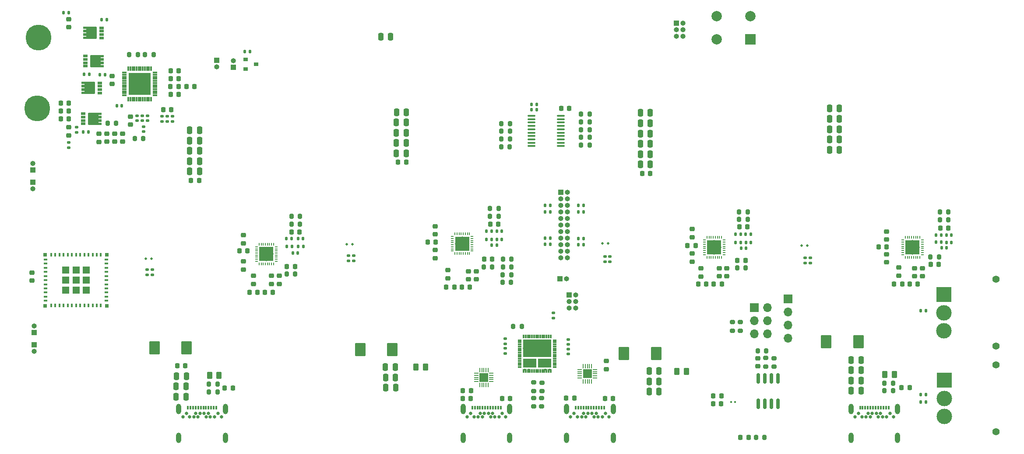
<source format=gbr>
%TF.GenerationSoftware,KiCad,Pcbnew,6.0.0*%
%TF.CreationDate,2022-01-14T14:38:35+01:00*%
%TF.ProjectId,PowerBank V0.2,506f7765-7242-4616-9e6b-2056302e322e,rev?*%
%TF.SameCoordinates,PX2aea540PY80befc0*%
%TF.FileFunction,Soldermask,Top*%
%TF.FilePolarity,Negative*%
%FSLAX46Y46*%
G04 Gerber Fmt 4.6, Leading zero omitted, Abs format (unit mm)*
G04 Created by KiCad (PCBNEW 6.0.0) date 2022-01-14 14:38:35*
%MOMM*%
%LPD*%
G01*
G04 APERTURE LIST*
G04 Aperture macros list*
%AMRoundRect*
0 Rectangle with rounded corners*
0 $1 Rounding radius*
0 $2 $3 $4 $5 $6 $7 $8 $9 X,Y pos of 4 corners*
0 Add a 4 corners polygon primitive as box body*
4,1,4,$2,$3,$4,$5,$6,$7,$8,$9,$2,$3,0*
0 Add four circle primitives for the rounded corners*
1,1,$1+$1,$2,$3*
1,1,$1+$1,$4,$5*
1,1,$1+$1,$6,$7*
1,1,$1+$1,$8,$9*
0 Add four rect primitives between the rounded corners*
20,1,$1+$1,$2,$3,$4,$5,0*
20,1,$1+$1,$4,$5,$6,$7,0*
20,1,$1+$1,$6,$7,$8,$9,0*
20,1,$1+$1,$8,$9,$2,$3,0*%
%AMFreePoly0*
4,1,43,1.580355,1.210355,1.595000,1.175000,1.595000,0.775000,1.580355,0.739645,1.545000,0.725000,0.975000,0.725000,0.975000,0.575000,1.545000,0.575000,1.580355,0.560355,1.595000,0.525000,1.595000,0.125000,1.580355,0.089645,1.545000,0.075000,0.975000,0.075000,0.975000,-0.075000,1.545000,-0.075000,1.580355,-0.089645,1.595000,-0.125000,1.595000,-0.525000,1.580355,-0.560355,
1.545000,-0.575000,0.975000,-0.575000,0.975000,-0.725000,1.545000,-0.725000,1.580355,-0.739645,1.595000,-0.775000,1.595000,-1.175000,1.580355,-1.210355,1.545000,-1.225000,0.925000,-1.225000,0.889645,-1.210355,0.875000,-1.175000,-0.925000,-1.175000,-0.960355,-1.160355,-0.975000,-1.125000,-0.975000,1.125000,-0.960355,1.160355,-0.925000,1.175000,0.875000,1.175000,0.889645,1.210355,
0.925000,1.225000,1.545000,1.225000,1.580355,1.210355,1.580355,1.210355,$1*%
G04 Aperture macros list end*
%ADD10C,0.152400*%
%ADD11R,1.000000X1.000000*%
%ADD12O,1.000000X1.000000*%
%ADD13R,1.450000X1.450000*%
%ADD14R,0.700000X0.700000*%
%ADD15R,0.400000X0.800000*%
%ADD16R,0.800000X0.400000*%
%ADD17R,4.200000X4.200000*%
%ADD18RoundRect,0.006600X0.398400X0.103400X-0.398400X0.103400X-0.398400X-0.103400X0.398400X-0.103400X0*%
%ADD19RoundRect,0.006600X0.103400X0.398400X-0.103400X0.398400X-0.103400X-0.398400X0.103400X-0.398400X0*%
%ADD20RoundRect,0.135000X-0.135000X-0.185000X0.135000X-0.185000X0.135000X0.185000X-0.135000X0.185000X0*%
%ADD21RoundRect,0.135000X0.135000X0.185000X-0.135000X0.185000X-0.135000X-0.185000X0.135000X-0.185000X0*%
%ADD22RoundRect,0.135000X0.185000X-0.135000X0.185000X0.135000X-0.185000X0.135000X-0.185000X-0.135000X0*%
%ADD23RoundRect,0.135000X-0.185000X0.135000X-0.185000X-0.135000X0.185000X-0.135000X0.185000X0.135000X0*%
%ADD24RoundRect,0.200000X-0.200000X-0.275000X0.200000X-0.275000X0.200000X0.275000X-0.200000X0.275000X0*%
%ADD25RoundRect,0.200000X0.200000X0.275000X-0.200000X0.275000X-0.200000X-0.275000X0.200000X-0.275000X0*%
%ADD26RoundRect,0.050000X0.415000X0.200000X-0.415000X0.200000X-0.415000X-0.200000X0.415000X-0.200000X0*%
%ADD27FreePoly0,180.000000*%
%ADD28RoundRect,0.050000X-0.415000X-0.200000X0.415000X-0.200000X0.415000X0.200000X-0.415000X0.200000X0*%
%ADD29FreePoly0,0.000000*%
%ADD30RoundRect,0.218750X-0.218750X-0.256250X0.218750X-0.256250X0.218750X0.256250X-0.218750X0.256250X0*%
%ADD31C,1.400000*%
%ADD32R,3.000000X3.000000*%
%ADD33C,3.000000*%
%ADD34C,0.800000*%
%ADD35C,5.000000*%
%ADD36RoundRect,0.225000X-0.250000X0.225000X-0.250000X-0.225000X0.250000X-0.225000X0.250000X0.225000X0*%
%ADD37RoundRect,0.225000X-0.225000X-0.250000X0.225000X-0.250000X0.225000X0.250000X-0.225000X0.250000X0*%
%ADD38RoundRect,0.225000X0.250000X-0.225000X0.250000X0.225000X-0.250000X0.225000X-0.250000X-0.225000X0*%
%ADD39RoundRect,0.140000X-0.170000X0.140000X-0.170000X-0.140000X0.170000X-0.140000X0.170000X0.140000X0*%
%ADD40RoundRect,0.225000X0.225000X0.250000X-0.225000X0.250000X-0.225000X-0.250000X0.225000X-0.250000X0*%
%ADD41RoundRect,0.140000X0.170000X-0.140000X0.170000X0.140000X-0.170000X0.140000X-0.170000X-0.140000X0*%
%ADD42RoundRect,0.140000X0.140000X0.170000X-0.140000X0.170000X-0.140000X-0.170000X0.140000X-0.170000X0*%
%ADD43R,0.900000X0.800000*%
%ADD44C,0.400000*%
%ADD45C,0.499999*%
%ADD46O,0.200000X0.549999*%
%ADD47O,0.549999X0.200000*%
%ADD48R,2.799999X2.799999*%
%ADD49R,0.299999X0.800001*%
%ADD50R,0.800001X0.299999*%
%ADD51R,2.600000X1.749999*%
%ADD52R,2.550000X1.749999*%
%ADD53R,5.499999X3.400001*%
%ADD54RoundRect,0.100000X-0.637500X-0.100000X0.637500X-0.100000X0.637500X0.100000X-0.637500X0.100000X0*%
%ADD55R,1.803400X1.803400*%
%ADD56R,0.812800X0.203200*%
%ADD57R,0.203200X0.812800*%
%ADD58RoundRect,0.150000X0.150000X-0.825000X0.150000X0.825000X-0.150000X0.825000X-0.150000X-0.825000X0*%
%ADD59C,2.000000*%
%ADD60R,2.000000X2.000000*%
%ADD61RoundRect,0.200000X0.275000X-0.200000X0.275000X0.200000X-0.275000X0.200000X-0.275000X-0.200000X0*%
%ADD62RoundRect,0.200000X-0.275000X0.200000X-0.275000X-0.200000X0.275000X-0.200000X0.275000X0.200000X0*%
%ADD63RoundRect,0.249999X-0.262501X-0.450001X0.262501X-0.450001X0.262501X0.450001X-0.262501X0.450001X0*%
%ADD64R,0.350000X0.700000*%
%ADD65C,0.650000*%
%ADD66O,1.000000X2.000000*%
%ADD67R,1.700000X1.700000*%
%ADD68O,1.700000X1.700000*%
%ADD69RoundRect,0.218750X0.218750X0.256250X-0.218750X0.256250X-0.218750X-0.256250X0.218750X-0.256250X0*%
%ADD70RoundRect,0.250000X0.250000X0.475000X-0.250000X0.475000X-0.250000X-0.475000X0.250000X-0.475000X0*%
%ADD71RoundRect,0.140000X-0.140000X-0.170000X0.140000X-0.170000X0.140000X0.170000X-0.140000X0.170000X0*%
%ADD72RoundRect,0.250000X0.787500X1.025000X-0.787500X1.025000X-0.787500X-1.025000X0.787500X-1.025000X0*%
%ADD73RoundRect,0.250000X-0.250000X-0.475000X0.250000X-0.475000X0.250000X0.475000X-0.250000X0.475000X0*%
G04 APERTURE END LIST*
D10*
%TO.C,U25*%
X97200000Y14399999D02*
X97599999Y14399999D01*
X97200000Y14600001D02*
X97200000Y14399999D01*
X97599999Y14600001D02*
X97200000Y14600001D01*
X97599999Y14399999D02*
X97599999Y14600001D01*
X98000001Y14399999D02*
X98400000Y14399999D01*
X98000001Y14600001D02*
X98000001Y14399999D01*
X98400000Y14600001D02*
X98000001Y14600001D01*
X98400000Y14399999D02*
X98400000Y14600001D01*
X101200000Y14399999D02*
X101599999Y14399999D01*
X101200000Y14600001D02*
X101200000Y14399999D01*
X101599999Y14600001D02*
X101200000Y14600001D01*
X101599999Y14399999D02*
X101599999Y14600001D01*
X102000001Y14399999D02*
X102400000Y14399999D01*
X102000001Y14600001D02*
X102000001Y14399999D01*
X102400000Y14600001D02*
X102000001Y14600001D01*
X102400000Y14399999D02*
X102400000Y14600001D01*
%TD*%
D11*
%TO.C,EN*%
X104225000Y32130000D03*
D12*
X105495000Y32130000D03*
%TD*%
D11*
%TO.C,3v3*%
X2244000Y50799000D03*
D12*
X2244000Y49529000D03*
%TD*%
D11*
%TO.C,IO8*%
X2244000Y53197000D03*
D12*
X2244000Y54467000D03*
%TD*%
D11*
%TO.C,EN*%
X2498000Y19318000D03*
D12*
X2498000Y18048000D03*
%TD*%
D13*
%TO.C,IC1*%
X10626000Y33818000D03*
X12601000Y33818000D03*
X12601000Y31843000D03*
X12601000Y29868000D03*
X10626000Y29868000D03*
X8651000Y29868000D03*
X8651000Y31843000D03*
X8651000Y33818000D03*
D14*
X4676000Y36793000D03*
X4676000Y26893000D03*
X16576000Y26893000D03*
X16576000Y36793000D03*
D13*
X10626000Y31843000D03*
D15*
X5826000Y36743000D03*
X6626000Y36743000D03*
X7426000Y36743000D03*
X8226000Y36743000D03*
X9026000Y36743000D03*
X9826000Y36743000D03*
X10626000Y36743000D03*
X11426000Y36743000D03*
X12226000Y36743000D03*
X13026000Y36743000D03*
X13826000Y36743000D03*
X14626000Y36743000D03*
X15426000Y36743000D03*
D16*
X16526000Y35843000D03*
X16526000Y35043000D03*
X16526000Y34243000D03*
X16526000Y33443000D03*
X16526000Y32643000D03*
X16526000Y31843000D03*
X16526000Y31043000D03*
X16526000Y30243000D03*
X16526000Y29443000D03*
X16526000Y28643000D03*
X16526000Y27843000D03*
D15*
X15426000Y26943000D03*
X14626000Y26943000D03*
X13826000Y26943000D03*
X13026000Y26943000D03*
X12226000Y26943000D03*
X11426000Y26943000D03*
X10626000Y26943000D03*
X9826000Y26943000D03*
X9026000Y26943000D03*
X8226000Y26943000D03*
X7426000Y26943000D03*
X6626000Y26943000D03*
X5826000Y26943000D03*
D16*
X4726000Y27843000D03*
X4726000Y28643000D03*
X4726000Y29443000D03*
X4726000Y30243000D03*
X4726000Y31043000D03*
X4726000Y31843000D03*
X4726000Y32643000D03*
X4726000Y33443000D03*
X4726000Y34243000D03*
X4726000Y35043000D03*
X4726000Y35843000D03*
%TD*%
D11*
%TO.C,IO9*%
X2498000Y21716000D03*
D12*
X2498000Y22986000D03*
%TD*%
D17*
%TO.C,U36*%
X22934000Y69849000D03*
D18*
X19984000Y67649000D03*
X19984000Y68049000D03*
X19984000Y68449000D03*
X19984000Y68849000D03*
X19984000Y69249000D03*
X19984000Y69649000D03*
X19984000Y70049000D03*
X19984000Y70449000D03*
X19984000Y70849000D03*
X19984000Y71249000D03*
X19984000Y71649000D03*
X19984000Y72049000D03*
X25884000Y72049000D03*
X25884000Y71649000D03*
X25884000Y71249000D03*
X25884000Y70849000D03*
X25884000Y70449000D03*
X25884000Y70049000D03*
X25884000Y69649000D03*
X25884000Y69249000D03*
X25884000Y68849000D03*
X25884000Y68449000D03*
X25884000Y68049000D03*
X25884000Y67649000D03*
D19*
X25134000Y66899000D03*
X24734000Y66899000D03*
X24334000Y66899000D03*
X23934000Y66899000D03*
X23534000Y66899000D03*
X23134000Y66899000D03*
X22734000Y66899000D03*
X22334000Y66899000D03*
X21934000Y66899000D03*
X21534000Y66899000D03*
X21134000Y66899000D03*
X20734000Y66899000D03*
X20734000Y72799000D03*
X21134000Y72799000D03*
X21534000Y72799000D03*
X21934000Y72799000D03*
X22334000Y72799000D03*
X22734000Y72799000D03*
X23134000Y72799000D03*
X23534000Y72799000D03*
X23934000Y72799000D03*
X24334000Y72799000D03*
X24734000Y72799000D03*
X25134000Y72799000D03*
%TD*%
D20*
%TO.C,R149*%
X174964000Y8254000D03*
X173944000Y8254000D03*
%TD*%
%TO.C,R148*%
X174966000Y9651000D03*
X173946000Y9651000D03*
%TD*%
D21*
%TO.C,R147*%
X173948000Y25907000D03*
X174968000Y25907000D03*
%TD*%
D20*
%TO.C,R143*%
X9231000Y83692000D03*
X8211000Y83692000D03*
%TD*%
D22*
%TO.C,R142*%
X9229000Y58546000D03*
X9229000Y57526000D03*
%TD*%
D23*
%TO.C,R140*%
X28279000Y63626000D03*
X28279000Y62606000D03*
%TD*%
%TO.C,R139*%
X29295000Y62606000D03*
X29295000Y63626000D03*
%TD*%
D22*
%TO.C,R138*%
X27263000Y63630000D03*
X27263000Y62610000D03*
%TD*%
D24*
%TO.C,R136*%
X18373000Y62229000D03*
X16723000Y62229000D03*
%TD*%
D22*
%TO.C,R135*%
X10753000Y61469000D03*
X10753000Y60449000D03*
%TD*%
D20*
%TO.C,R133*%
X16597000Y82295000D03*
X15577000Y82295000D03*
%TD*%
%TO.C,R132*%
X13166000Y71754000D03*
X12146000Y71754000D03*
%TD*%
%TO.C,R131*%
X16216000Y71627000D03*
X15196000Y71627000D03*
%TD*%
%TO.C,R130*%
X13041000Y60578000D03*
X12021000Y60578000D03*
%TD*%
D24*
%TO.C,R129*%
X22564000Y75564000D03*
X20914000Y75564000D03*
%TD*%
D25*
%TO.C,R128*%
X23962000Y75564000D03*
X25612000Y75564000D03*
%TD*%
D24*
%TO.C,R126*%
X23643000Y59308000D03*
X21993000Y59308000D03*
%TD*%
D26*
%TO.C,Q5*%
X15568000Y79430000D03*
X15568000Y78780000D03*
X15568000Y80080000D03*
X15568000Y80730000D03*
D27*
X13628000Y79755000D03*
%TD*%
D28*
%TO.C,Q4*%
X12395000Y74619000D03*
X12395000Y75269000D03*
X12395000Y73969000D03*
X12395000Y73319000D03*
D29*
X14335000Y74294000D03*
%TD*%
D26*
%TO.C,Q3*%
X15226000Y68753000D03*
X15226000Y68103000D03*
X15226000Y69403000D03*
X15226000Y70053000D03*
D27*
X13286000Y69078000D03*
%TD*%
D28*
%TO.C,Q2*%
X11990000Y63443000D03*
X11990000Y64093000D03*
X11990000Y62793000D03*
X11990000Y62143000D03*
D29*
X13930000Y63118000D03*
%TD*%
D30*
%TO.C,L7*%
X30463500Y69341000D03*
X28888500Y69341000D03*
%TD*%
D31*
%TO.C,J14*%
X188520000Y15445000D03*
X188520000Y2445000D03*
D32*
X178520000Y12445000D03*
D33*
X178520000Y8945000D03*
X178520000Y5445000D03*
%TD*%
D34*
%TO.C,H2*%
X4712825Y80191825D03*
X3387000Y80741000D03*
X2061175Y80191825D03*
X1512000Y78866000D03*
X2061175Y77540175D03*
X3387000Y76991000D03*
X4712825Y77540175D03*
X5262000Y78866000D03*
D35*
X3387000Y78866000D03*
%TD*%
D34*
%TO.C,H1*%
X4458825Y66475825D03*
X3133000Y67025000D03*
X1807175Y66475825D03*
X1258000Y65150000D03*
X1807175Y63824175D03*
X3133000Y63275000D03*
X4458825Y63824175D03*
X5008000Y65150000D03*
D35*
X3133000Y65150000D03*
%TD*%
D36*
%TO.C,C254*%
X2117000Y31736000D03*
X2117000Y33286000D03*
%TD*%
D37*
%TO.C,C251*%
X9229000Y64642000D03*
X7679000Y64642000D03*
%TD*%
%TO.C,C250*%
X9229000Y66166000D03*
X7679000Y66166000D03*
%TD*%
%TO.C,C249*%
X9229000Y63118000D03*
X7679000Y63118000D03*
%TD*%
D38*
%TO.C,C248*%
X9229000Y82422000D03*
X9229000Y80872000D03*
%TD*%
D36*
%TO.C,C247*%
X9229000Y59917000D03*
X9229000Y61467000D03*
%TD*%
%TO.C,C246*%
X19643000Y58660000D03*
X19643000Y60210000D03*
%TD*%
%TO.C,C245*%
X16595000Y60210000D03*
X16595000Y58660000D03*
%TD*%
%TO.C,C244*%
X18119000Y60223000D03*
X18119000Y58673000D03*
%TD*%
%TO.C,C243*%
X15071000Y58647000D03*
X15071000Y60197000D03*
%TD*%
D37*
%TO.C,C242*%
X27504000Y64896000D03*
X29054000Y64896000D03*
%TD*%
D39*
%TO.C,C241*%
X22437000Y62765000D03*
X22437000Y63725000D03*
%TD*%
D40*
%TO.C,C238*%
X31949000Y69341000D03*
X33499000Y69341000D03*
%TD*%
D37*
%TO.C,C236*%
X30451000Y70865000D03*
X28901000Y70865000D03*
%TD*%
%TO.C,C234*%
X30451000Y72389000D03*
X28901000Y72389000D03*
%TD*%
D40*
%TO.C,C233*%
X28901000Y67817000D03*
X30451000Y67817000D03*
%TD*%
D38*
%TO.C,C232*%
X21167000Y63512000D03*
X21167000Y61962000D03*
%TD*%
D39*
%TO.C,C231*%
X23453000Y62765000D03*
X23453000Y63725000D03*
%TD*%
D41*
%TO.C,C230*%
X23707000Y61566000D03*
X23707000Y60606000D03*
%TD*%
D38*
%TO.C,C229*%
X17611000Y71386000D03*
X17611000Y69836000D03*
%TD*%
D42*
%TO.C,C228*%
X18528000Y65658000D03*
X19488000Y65658000D03*
%TD*%
D39*
%TO.C,C227*%
X24469000Y62765000D03*
X24469000Y63725000D03*
%TD*%
D40*
%TO.C,C1*%
X30200000Y15250000D03*
X31750000Y15250000D03*
%TD*%
D39*
%TO.C,C150*%
X105800000Y18500000D03*
X105800000Y17540000D03*
%TD*%
D11*
%TO.C,FLASH*%
X106000000Y29000000D03*
D12*
X107270000Y29000000D03*
X106000000Y27730000D03*
X107270000Y27730000D03*
X106000000Y26460000D03*
X107270000Y26460000D03*
%TD*%
D11*
%TO.C,J12*%
X126700000Y81670000D03*
D12*
X127970000Y81670000D03*
X126700000Y80400000D03*
X127970000Y80400000D03*
X126700000Y79130000D03*
X127970000Y79130000D03*
%TD*%
D20*
%TO.C,R124*%
X43280000Y76100000D03*
X44300000Y76100000D03*
%TD*%
D43*
%TO.C,Q1*%
X43450000Y74650000D03*
X43450000Y72750000D03*
X45450000Y73700000D03*
%TD*%
D11*
%TO.C,J11*%
X41050000Y73100000D03*
D12*
X41050000Y74370000D03*
%TD*%
D11*
%TO.C,J10*%
X37850000Y74450000D03*
D12*
X37850000Y73180000D03*
%TD*%
D44*
%TO.C,Y1*%
X138050000Y8200000D03*
X137350000Y8200000D03*
%TD*%
D45*
%TO.C,U35*%
X64100001Y38800000D03*
X63000004Y38800000D03*
%TD*%
%TO.C,U34*%
X25250001Y36000000D03*
X24150004Y36000000D03*
%TD*%
%TO.C,U33*%
X113550001Y39000000D03*
X112450004Y39000000D03*
%TD*%
%TO.C,U32*%
X152050001Y38500000D03*
X150950004Y38500000D03*
%TD*%
D46*
%TO.C,U26*%
X132649916Y36275000D03*
X133049999Y36275000D03*
X133449999Y36275000D03*
X133849998Y36275000D03*
X134250000Y36275000D03*
X134649999Y36275000D03*
X135049998Y36275000D03*
X135450000Y36275000D03*
D47*
X135975000Y36799998D03*
X135975000Y37199999D03*
X135975000Y37599999D03*
X135975000Y37999998D03*
X135975000Y38400000D03*
X135975000Y38799999D03*
X135975000Y39199998D03*
X135975000Y39600000D03*
D46*
X135450000Y40125000D03*
X135049998Y40125000D03*
X134649999Y40125000D03*
X134250000Y40125000D03*
X133849998Y40125000D03*
X133449999Y40125000D03*
X133049999Y40125000D03*
X132649916Y40125000D03*
D47*
X132125000Y39600002D03*
X132125000Y39200001D03*
X132125000Y38800001D03*
X132125000Y38400002D03*
X132125000Y38000000D03*
X132125000Y37600001D03*
X132125000Y37200002D03*
X132125000Y36800000D03*
D48*
X134049919Y38200084D03*
D45*
X135200000Y38200000D03*
X134050000Y39350000D03*
X134050000Y38200000D03*
X134050000Y37050000D03*
X132900000Y38200000D03*
%TD*%
D49*
%TO.C,U25*%
X97199998Y14249999D03*
X97599997Y14249999D03*
X97999999Y14249999D03*
X98399998Y14249999D03*
X98799997Y14249999D03*
X99199999Y14249999D03*
X99599998Y14249999D03*
X99999997Y14249999D03*
X100399996Y14249999D03*
X100799998Y14249999D03*
X101199997Y14249999D03*
X101599999Y14249999D03*
X101999998Y14249999D03*
X102399997Y14249999D03*
D50*
X103150001Y15000000D03*
X103150001Y15399999D03*
X103150001Y15800001D03*
X103150001Y16200000D03*
X103150001Y16599999D03*
X103150001Y17000001D03*
X103150001Y17400000D03*
X103150001Y17800000D03*
X103150001Y18199999D03*
X103150001Y18600001D03*
X103150001Y19000000D03*
X103150001Y19400001D03*
X103150001Y19800001D03*
X103150001Y20200000D03*
D49*
X102400000Y20950001D03*
X102000001Y20950001D03*
X101599999Y20950001D03*
X101200000Y20950001D03*
X100800001Y20950001D03*
X100399999Y20950001D03*
X100000000Y20950001D03*
X99600000Y20950001D03*
X99200001Y20950001D03*
X98799999Y20950001D03*
X98400000Y20950001D03*
X97999999Y20950001D03*
X97599999Y20950001D03*
X97200000Y20950001D03*
D50*
X96450002Y20200000D03*
X96450002Y19800001D03*
X96450002Y19399999D03*
X96450002Y19000000D03*
X96450002Y18600001D03*
X96450002Y18199999D03*
X96450002Y17800000D03*
X96450002Y17400000D03*
X96450002Y17000001D03*
X96450002Y16599999D03*
X96450002Y16200000D03*
X96450002Y15799999D03*
X96450002Y15399999D03*
X96450002Y15000000D03*
D51*
X98350000Y15725000D03*
D52*
X101275001Y15725000D03*
D53*
X99800000Y18650000D03*
D45*
X100399999Y16200000D03*
X100399999Y15250000D03*
X102150000Y16200000D03*
X102150000Y15250000D03*
X101275001Y15250000D03*
X101275001Y16200000D03*
X99800000Y19850001D03*
X98480000Y19850001D03*
X99800000Y18675400D03*
X97300000Y18650000D03*
X98480000Y18650000D03*
X98480000Y17450000D03*
X99800000Y17450000D03*
X101120000Y17450000D03*
X101120000Y18650000D03*
X102300000Y18650000D03*
X101120000Y19850001D03*
X98350000Y16200000D03*
X98350000Y15250000D03*
X97475001Y15250000D03*
X97475001Y16200000D03*
X99225002Y15250000D03*
X99225002Y16200000D03*
%TD*%
D46*
%TO.C,U23*%
X83899916Y36975000D03*
X84299999Y36975000D03*
X84699999Y36975000D03*
X85099998Y36975000D03*
X85500000Y36975000D03*
X85899999Y36975000D03*
X86299998Y36975000D03*
X86700000Y36975000D03*
D47*
X87225000Y37499998D03*
X87225000Y37899999D03*
X87225000Y38299999D03*
X87225000Y38699998D03*
X87225000Y39100000D03*
X87225000Y39499999D03*
X87225000Y39899998D03*
X87225000Y40300000D03*
D46*
X86700000Y40825000D03*
X86299998Y40825000D03*
X85899999Y40825000D03*
X85500000Y40825000D03*
X85099998Y40825000D03*
X84699999Y40825000D03*
X84299999Y40825000D03*
X83899916Y40825000D03*
D47*
X83375000Y40300002D03*
X83375000Y39900001D03*
X83375000Y39500001D03*
X83375000Y39100002D03*
X83375000Y38700000D03*
X83375000Y38300001D03*
X83375000Y37900002D03*
X83375000Y37500000D03*
D48*
X85299919Y38900084D03*
D45*
X86450000Y38900000D03*
X85300000Y40050000D03*
X85300000Y38900000D03*
X85300000Y37750000D03*
X84150000Y38900000D03*
%TD*%
D54*
%TO.C,U20*%
X98687500Y63675000D03*
X98687500Y63025000D03*
X98687500Y62375000D03*
X98687500Y61725000D03*
X98687500Y61075000D03*
X98687500Y60425000D03*
X98687500Y59775000D03*
X98687500Y59125000D03*
X98687500Y58475000D03*
X98687500Y57825000D03*
X104412500Y57825000D03*
X104412500Y58475000D03*
X104412500Y59125000D03*
X104412500Y59775000D03*
X104412500Y60425000D03*
X104412500Y61075000D03*
X104412500Y61725000D03*
X104412500Y62375000D03*
X104412500Y63025000D03*
X104412500Y63675000D03*
%TD*%
D46*
%TO.C,U13*%
X170999916Y36275000D03*
X171399999Y36275000D03*
X171799999Y36275000D03*
X172199998Y36275000D03*
X172600000Y36275000D03*
X172999999Y36275000D03*
X173399998Y36275000D03*
X173800000Y36275000D03*
D47*
X174325000Y36799998D03*
X174325000Y37199999D03*
X174325000Y37599999D03*
X174325000Y37999998D03*
X174325000Y38400000D03*
X174325000Y38799999D03*
X174325000Y39199998D03*
X174325000Y39600000D03*
D46*
X173800000Y40125000D03*
X173399998Y40125000D03*
X172999999Y40125000D03*
X172600000Y40125000D03*
X172199998Y40125000D03*
X171799999Y40125000D03*
X171399999Y40125000D03*
X170999916Y40125000D03*
D47*
X170475000Y39600002D03*
X170475000Y39200001D03*
X170475000Y38800001D03*
X170475000Y38400002D03*
X170475000Y38000000D03*
X170475000Y37600001D03*
X170475000Y37200002D03*
X170475000Y36800000D03*
D48*
X172399919Y38200084D03*
D45*
X173550000Y38200000D03*
X172400000Y39350000D03*
X172400000Y38200000D03*
X172400000Y37050000D03*
X171250000Y38200000D03*
%TD*%
D55*
%TO.C,U11*%
X89500000Y13000000D03*
D56*
X88052200Y12199999D03*
X88052200Y12600001D03*
X88052200Y13000000D03*
X88052200Y13399999D03*
X88052200Y13800001D03*
D57*
X88699999Y14447800D03*
X89100001Y14447800D03*
X89500000Y14447800D03*
X89899999Y14447800D03*
X90300001Y14447800D03*
D56*
X90947800Y13800001D03*
X90947800Y13399999D03*
X90947800Y13000000D03*
X90947800Y12600001D03*
X90947800Y12199999D03*
D57*
X90300001Y11552200D03*
X89899999Y11552200D03*
X89500000Y11552200D03*
X89100001Y11552200D03*
X88699999Y11552200D03*
%TD*%
D55*
%TO.C,U10*%
X109500000Y13700000D03*
D56*
X108052200Y12899999D03*
X108052200Y13300001D03*
X108052200Y13700000D03*
X108052200Y14099999D03*
X108052200Y14500001D03*
D57*
X108699999Y15147800D03*
X109100001Y15147800D03*
X109500000Y15147800D03*
X109899999Y15147800D03*
X110300001Y15147800D03*
D56*
X110947800Y14500001D03*
X110947800Y14099999D03*
X110947800Y13700000D03*
X110947800Y13300001D03*
X110947800Y12899999D03*
D57*
X110300001Y12252200D03*
X109899999Y12252200D03*
X109500000Y12252200D03*
X109100001Y12252200D03*
X108699999Y12252200D03*
%TD*%
D58*
%TO.C,U7*%
X142570000Y7875000D03*
X143840000Y7875000D03*
X145110000Y7875000D03*
X146380000Y7875000D03*
X146380000Y12825000D03*
X145110000Y12825000D03*
X143840000Y12825000D03*
X142570000Y12825000D03*
%TD*%
D59*
%TO.C,S1*%
X134500000Y83000000D03*
X141000000Y83000000D03*
X134500000Y78500000D03*
D60*
X141000000Y78500000D03*
%TD*%
D22*
%TO.C,R122*%
X64300000Y35590000D03*
X64300000Y36610000D03*
%TD*%
%TO.C,R121*%
X63300000Y35590000D03*
X63300000Y36610000D03*
%TD*%
%TO.C,R120*%
X25400000Y32890000D03*
X25400000Y33910000D03*
%TD*%
%TO.C,R119*%
X113900000Y35390000D03*
X113900000Y36410000D03*
%TD*%
D23*
%TO.C,R118*%
X24400000Y33910000D03*
X24400000Y32890000D03*
%TD*%
D22*
%TO.C,R117*%
X112930000Y35390000D03*
X112930000Y36410000D03*
%TD*%
%TO.C,R116*%
X152600000Y35190000D03*
X152600000Y36210000D03*
%TD*%
%TO.C,R115*%
X151600000Y35190000D03*
X151600000Y36210000D03*
%TD*%
D25*
%TO.C,R114*%
X140525000Y43650000D03*
X138875000Y43650000D03*
%TD*%
D24*
%TO.C,R113*%
X138875000Y45100000D03*
X140525000Y45100000D03*
%TD*%
D25*
%TO.C,R112*%
X92325000Y44200000D03*
X90675000Y44200000D03*
%TD*%
D24*
%TO.C,R111*%
X90675000Y45700000D03*
X92325000Y45700000D03*
%TD*%
%TO.C,R110*%
X138475000Y34200000D03*
X140125000Y34200000D03*
%TD*%
%TO.C,R108*%
X89450000Y34400000D03*
X91100000Y34400000D03*
%TD*%
D21*
%TO.C,R102*%
X139160000Y40750000D03*
X138140000Y40750000D03*
%TD*%
D61*
%TO.C,R101*%
X99150000Y10375000D03*
X99150000Y12025000D03*
%TD*%
D21*
%TO.C,R100*%
X91010000Y41300000D03*
X89990000Y41300000D03*
%TD*%
D62*
%TO.C,R99*%
X99150000Y9025000D03*
X99150000Y7375000D03*
%TD*%
D61*
%TO.C,R98*%
X100650000Y7375000D03*
X100650000Y9025000D03*
%TD*%
D62*
%TO.C,R97*%
X100700000Y11985000D03*
X100700000Y10335000D03*
%TD*%
D20*
%TO.C,R96*%
X138190000Y39100000D03*
X139210000Y39100000D03*
%TD*%
D24*
%TO.C,R95*%
X92860000Y57680000D03*
X94510000Y57680000D03*
%TD*%
D20*
%TO.C,R94*%
X89990000Y39700000D03*
X91010000Y39700000D03*
%TD*%
D63*
%TO.C,R93*%
X126837500Y14150000D03*
X128662500Y14150000D03*
%TD*%
D24*
%TO.C,R92*%
X93175000Y34400000D03*
X94825000Y34400000D03*
%TD*%
%TO.C,R91*%
X92875000Y59180000D03*
X94525000Y59180000D03*
%TD*%
D63*
%TO.C,R90*%
X76387500Y15000000D03*
X78212500Y15000000D03*
%TD*%
D24*
%TO.C,R89*%
X93175000Y35900000D03*
X94825000Y35900000D03*
%TD*%
%TO.C,R87*%
X93150000Y32900000D03*
X94800000Y32900000D03*
%TD*%
%TO.C,R85*%
X95175000Y22900000D03*
X96825000Y22900000D03*
%TD*%
%TO.C,R83*%
X93100000Y31400000D03*
X94750000Y31400000D03*
%TD*%
D23*
%TO.C,R71*%
X102900000Y25510000D03*
X102900000Y24490000D03*
%TD*%
D20*
%TO.C,R70*%
X98700000Y65900000D03*
X99720000Y65900000D03*
%TD*%
D21*
%TO.C,R69*%
X99700000Y64860000D03*
X98680000Y64860000D03*
%TD*%
D25*
%TO.C,R68*%
X179325000Y43575000D03*
X177675000Y43575000D03*
%TD*%
D24*
%TO.C,R67*%
X177675000Y45100000D03*
X179325000Y45100000D03*
%TD*%
%TO.C,R66*%
X175875000Y36375000D03*
X177525000Y36375000D03*
%TD*%
D21*
%TO.C,R62*%
X177935000Y40575000D03*
X176915000Y40575000D03*
%TD*%
D20*
%TO.C,R60*%
X176940000Y39200000D03*
X177960000Y39200000D03*
%TD*%
D25*
%TO.C,R59*%
X109945000Y61000000D03*
X108295000Y61000000D03*
%TD*%
D63*
%TO.C,R58*%
X167062500Y13600000D03*
X168887500Y13600000D03*
%TD*%
D25*
%TO.C,R57*%
X109925000Y59500000D03*
X108275000Y59500000D03*
%TD*%
%TO.C,R56*%
X109925000Y58000000D03*
X108275000Y58000000D03*
%TD*%
D61*
%TO.C,R53*%
X145600000Y15075000D03*
X145600000Y16725000D03*
%TD*%
D25*
%TO.C,R46*%
X168625000Y10400000D03*
X166975000Y10400000D03*
%TD*%
%TO.C,R45*%
X168625000Y11875000D03*
X166975000Y11875000D03*
%TD*%
D21*
%TO.C,R40*%
X108810000Y38700000D03*
X107790000Y38700000D03*
%TD*%
%TO.C,R39*%
X108810000Y39900000D03*
X107790000Y39900000D03*
%TD*%
%TO.C,R38*%
X108810000Y45100000D03*
X107790000Y45100000D03*
%TD*%
%TO.C,R37*%
X108810000Y46300000D03*
X107790000Y46300000D03*
%TD*%
D61*
%TO.C,R36*%
X137575000Y22050000D03*
X137575000Y23700000D03*
%TD*%
D25*
%TO.C,R35*%
X144125000Y18100000D03*
X142475000Y18100000D03*
%TD*%
D21*
%TO.C,R34*%
X102310000Y38800000D03*
X101290000Y38800000D03*
%TD*%
D20*
%TO.C,R33*%
X101290000Y40000000D03*
X102310000Y40000000D03*
%TD*%
%TO.C,R32*%
X101290000Y45100000D03*
X102310000Y45100000D03*
%TD*%
D21*
%TO.C,R31*%
X102310000Y46300000D03*
X101290000Y46300000D03*
%TD*%
D61*
%TO.C,R30*%
X139125000Y22050000D03*
X139125000Y23700000D03*
%TD*%
D25*
%TO.C,R29*%
X143750000Y1350000D03*
X142100000Y1350000D03*
%TD*%
%TO.C,R24*%
X109925000Y64000000D03*
X108275000Y64000000D03*
%TD*%
%TO.C,R22*%
X109925000Y62500000D03*
X108275000Y62500000D03*
%TD*%
D64*
%TO.C,J9*%
X87250000Y7170000D03*
X87750000Y7170000D03*
X88250000Y7170000D03*
X88750000Y7170000D03*
X89250000Y7170000D03*
X89750000Y7170000D03*
X90250000Y7170000D03*
X90750000Y7170000D03*
X91250000Y7170000D03*
X91750000Y7170000D03*
X92250000Y7170000D03*
X92750000Y7170000D03*
D65*
X93050000Y6050000D03*
X92400000Y5350000D03*
X91600000Y5350000D03*
X91200000Y6050000D03*
X90800000Y5350000D03*
X90400000Y6050000D03*
X89600000Y6050000D03*
X89200000Y5350000D03*
X88800000Y6050000D03*
X88400000Y5350000D03*
X87600000Y5350000D03*
X86950000Y6050000D03*
X93725000Y5350000D03*
X86275000Y5350000D03*
D66*
X85500000Y6850000D03*
X94500000Y6850000D03*
X85500000Y1250000D03*
X94500000Y1250000D03*
%TD*%
D64*
%TO.C,J8*%
X107250000Y7170000D03*
X107750000Y7170000D03*
X108250000Y7170000D03*
X108750000Y7170000D03*
X109250000Y7170000D03*
X109750000Y7170000D03*
X110250000Y7170000D03*
X110750000Y7170000D03*
X111250000Y7170000D03*
X111750000Y7170000D03*
X112250000Y7170000D03*
X112750000Y7170000D03*
D65*
X113050000Y6050000D03*
X112400000Y5350000D03*
X111600000Y5350000D03*
X111200000Y6050000D03*
X110800000Y5350000D03*
X110400000Y6050000D03*
X109600000Y6050000D03*
X109200000Y5350000D03*
X108800000Y6050000D03*
X108400000Y5350000D03*
X107600000Y5350000D03*
X106950000Y6050000D03*
X113725000Y5350000D03*
X106275000Y5350000D03*
D66*
X105500000Y6850000D03*
X114500000Y6850000D03*
X105500000Y1250000D03*
X114500000Y1250000D03*
%TD*%
D64*
%TO.C,J7*%
X162250000Y7170000D03*
X162750000Y7170000D03*
X163250000Y7170000D03*
X163750000Y7170000D03*
X164250000Y7170000D03*
X164750000Y7170000D03*
X165250000Y7170000D03*
X165750000Y7170000D03*
X166250000Y7170000D03*
X166750000Y7170000D03*
X167250000Y7170000D03*
X167750000Y7170000D03*
D65*
X168050000Y6050000D03*
X167400000Y5350000D03*
X166600000Y5350000D03*
X166200000Y6050000D03*
X165800000Y5350000D03*
X165400000Y6050000D03*
X164600000Y6050000D03*
X164200000Y5350000D03*
X163800000Y6050000D03*
X163400000Y5350000D03*
X162600000Y5350000D03*
X161950000Y6050000D03*
X168725000Y5350000D03*
X161275000Y5350000D03*
D66*
X160500000Y6850000D03*
X169500000Y6850000D03*
X160500000Y1250000D03*
X169500000Y1250000D03*
%TD*%
D33*
%TO.C,J6*%
X178500000Y22026000D03*
X178500000Y25526000D03*
D32*
X178500000Y29026000D03*
D31*
X188500000Y19026000D03*
X188500000Y32026000D03*
%TD*%
D67*
%TO.C,J5*%
X148300000Y28200000D03*
D68*
X148300000Y25660000D03*
X148300000Y23120000D03*
X148300000Y20580000D03*
%TD*%
D11*
%TO.C,J4*%
X104400000Y48850000D03*
D12*
X105670000Y48850000D03*
X104400000Y47580000D03*
X105670000Y47580000D03*
X104400000Y46310000D03*
X105670000Y46310000D03*
X104400000Y45040000D03*
X105670000Y45040000D03*
X104400000Y43770000D03*
X105670000Y43770000D03*
X104400000Y42500000D03*
X105670000Y42500000D03*
X104400000Y41230000D03*
X105670000Y41230000D03*
X104400000Y39960000D03*
X105670000Y39960000D03*
X104400000Y38690000D03*
X105670000Y38690000D03*
X104400000Y37420000D03*
X105670000Y37420000D03*
X104400000Y36150000D03*
X105670000Y36150000D03*
%TD*%
D67*
%TO.C,J3*%
X141800000Y26500000D03*
D68*
X144340000Y26500000D03*
X141800000Y23960000D03*
X144340000Y23960000D03*
X141800000Y21420000D03*
X144340000Y21420000D03*
%TD*%
D69*
%TO.C,D1*%
X140662500Y1350000D03*
X139087500Y1350000D03*
%TD*%
D70*
%TO.C,C216*%
X121650000Y64250000D03*
X119750000Y64250000D03*
%TD*%
%TO.C,C215*%
X74500000Y64400000D03*
X72600000Y64400000D03*
%TD*%
%TO.C,C214*%
X121650000Y62250000D03*
X119750000Y62250000D03*
%TD*%
%TO.C,C212*%
X74450000Y62400000D03*
X72550000Y62400000D03*
%TD*%
%TO.C,C208*%
X74450000Y60400000D03*
X72550000Y60400000D03*
%TD*%
%TO.C,C207*%
X121650000Y60250000D03*
X119750000Y60250000D03*
%TD*%
%TO.C,C204*%
X74450000Y58400000D03*
X72550000Y58400000D03*
%TD*%
%TO.C,C201*%
X121650000Y58250000D03*
X119750000Y58250000D03*
%TD*%
%TO.C,C200*%
X74450000Y56400000D03*
X72550000Y56400000D03*
%TD*%
%TO.C,C198*%
X121650000Y56250000D03*
X119750000Y56250000D03*
%TD*%
%TO.C,C196*%
X121650000Y54300000D03*
X119750000Y54300000D03*
%TD*%
D37*
%TO.C,C190*%
X138525000Y35700000D03*
X140075000Y35700000D03*
%TD*%
%TO.C,C186*%
X89525000Y35900000D03*
X91075000Y35900000D03*
%TD*%
D42*
%TO.C,C183*%
X141080000Y40750000D03*
X140120000Y40750000D03*
%TD*%
D40*
%TO.C,C181*%
X121675000Y52550000D03*
X120125000Y52550000D03*
%TD*%
D42*
%TO.C,C180*%
X92980000Y41300000D03*
X92020000Y41300000D03*
%TD*%
D40*
%TO.C,C178*%
X74450000Y54700000D03*
X72900000Y54700000D03*
%TD*%
D37*
%TO.C,C177*%
X128875000Y38550000D03*
X130425000Y38550000D03*
%TD*%
D40*
%TO.C,C176*%
X140475000Y42200000D03*
X138925000Y42200000D03*
%TD*%
D37*
%TO.C,C175*%
X78625000Y39200000D03*
X80175000Y39200000D03*
%TD*%
D40*
%TO.C,C174*%
X92275000Y42700000D03*
X90725000Y42700000D03*
%TD*%
D36*
%TO.C,C171*%
X129750000Y41725000D03*
X129750000Y40175000D03*
%TD*%
%TO.C,C170*%
X80100000Y42275000D03*
X80100000Y40725000D03*
%TD*%
D38*
%TO.C,C169*%
X129750000Y35425000D03*
X129750000Y36975000D03*
%TD*%
%TO.C,C168*%
X80100000Y36125000D03*
X80100000Y37675000D03*
%TD*%
D39*
%TO.C,C167*%
X93650000Y18630000D03*
X93650000Y17670000D03*
%TD*%
D41*
%TO.C,C165*%
X93650000Y19520000D03*
X93650000Y20480000D03*
%TD*%
D36*
%TO.C,C163*%
X131500000Y34100000D03*
X131500000Y32550000D03*
%TD*%
%TO.C,C162*%
X82500000Y33775000D03*
X82500000Y32225000D03*
%TD*%
D71*
%TO.C,C160*%
X140170000Y39100000D03*
X141130000Y39100000D03*
%TD*%
D42*
%TO.C,C159*%
X140230000Y38050000D03*
X139270000Y38050000D03*
%TD*%
D71*
%TO.C,C157*%
X92020000Y39700000D03*
X92980000Y39700000D03*
%TD*%
D42*
%TO.C,C156*%
X91980000Y38600000D03*
X91020000Y38600000D03*
%TD*%
D40*
%TO.C,C155*%
X132525000Y31050000D03*
X130975000Y31050000D03*
%TD*%
D41*
%TO.C,C153*%
X105800000Y19390000D03*
X105800000Y20350000D03*
%TD*%
D40*
%TO.C,C152*%
X83775000Y30500000D03*
X82225000Y30500000D03*
%TD*%
D36*
%TO.C,C148*%
X136500000Y34125000D03*
X136500000Y32575000D03*
%TD*%
%TO.C,C146*%
X88000000Y33575000D03*
X88000000Y32025000D03*
%TD*%
D37*
%TO.C,C145*%
X133950000Y31050000D03*
X135500000Y31050000D03*
%TD*%
%TO.C,C144*%
X85225000Y30500000D03*
X86775000Y30500000D03*
%TD*%
D70*
%TO.C,C142*%
X123350000Y10250000D03*
X121450000Y10250000D03*
%TD*%
%TO.C,C140*%
X72350000Y15000000D03*
X70450000Y15000000D03*
%TD*%
%TO.C,C138*%
X123350000Y12250000D03*
X121450000Y12250000D03*
%TD*%
D36*
%TO.C,C137*%
X135000000Y34125000D03*
X135000000Y32575000D03*
%TD*%
D70*
%TO.C,C135*%
X72400000Y13000000D03*
X70500000Y13000000D03*
%TD*%
D36*
%TO.C,C134*%
X86500000Y33575000D03*
X86500000Y32025000D03*
%TD*%
D70*
%TO.C,C132*%
X123350000Y14200000D03*
X121450000Y14200000D03*
%TD*%
%TO.C,C130*%
X72450000Y11000000D03*
X70550000Y11000000D03*
%TD*%
D72*
%TO.C,C129*%
X122800000Y17650000D03*
X116575000Y17650000D03*
%TD*%
%TO.C,C126*%
X71812500Y18400000D03*
X65587500Y18400000D03*
%TD*%
D37*
%TO.C,C122*%
X104425000Y65100000D03*
X105975000Y65100000D03*
%TD*%
D70*
%TO.C,C119*%
X158250000Y65100000D03*
X156350000Y65100000D03*
%TD*%
%TO.C,C117*%
X158250000Y63100000D03*
X156350000Y63100000D03*
%TD*%
%TO.C,C115*%
X158250000Y61100000D03*
X156350000Y61100000D03*
%TD*%
%TO.C,C111*%
X158250000Y59100000D03*
X156350000Y59100000D03*
%TD*%
%TO.C,C110*%
X158250000Y57100000D03*
X156350000Y57100000D03*
%TD*%
D37*
%TO.C,C106*%
X175900000Y34875000D03*
X177450000Y34875000D03*
%TD*%
D42*
%TO.C,C103*%
X179905000Y40550000D03*
X178945000Y40550000D03*
%TD*%
D37*
%TO.C,C100*%
X165850000Y38300000D03*
X167400000Y38300000D03*
%TD*%
D40*
%TO.C,C99*%
X179325000Y41925000D03*
X177775000Y41925000D03*
%TD*%
D36*
%TO.C,C96*%
X167400000Y41275000D03*
X167400000Y39725000D03*
%TD*%
D37*
%TO.C,C95*%
X93025000Y8900000D03*
X94575000Y8900000D03*
%TD*%
D40*
%TO.C,C94*%
X86975000Y8900000D03*
X85425000Y8900000D03*
%TD*%
D38*
%TO.C,C93*%
X167400000Y35325000D03*
X167400000Y36875000D03*
%TD*%
D36*
%TO.C,C91*%
X169700000Y34275000D03*
X169700000Y32725000D03*
%TD*%
D71*
%TO.C,C89*%
X178945000Y39175000D03*
X179905000Y39175000D03*
%TD*%
D42*
%TO.C,C88*%
X178955000Y38125000D03*
X177995000Y38125000D03*
%TD*%
D40*
%TO.C,C87*%
X170375000Y31125000D03*
X168825000Y31125000D03*
%TD*%
%TO.C,C84*%
X86980000Y10430000D03*
X85430000Y10430000D03*
%TD*%
D36*
%TO.C,C82*%
X174350000Y34175000D03*
X174350000Y32625000D03*
%TD*%
D37*
%TO.C,C81*%
X171825000Y31125000D03*
X173375000Y31125000D03*
%TD*%
D70*
%TO.C,C79*%
X162450000Y16400000D03*
X160550000Y16400000D03*
%TD*%
%TO.C,C76*%
X162450000Y14400000D03*
X160550000Y14400000D03*
%TD*%
D36*
%TO.C,C75*%
X172825000Y34175000D03*
X172825000Y32625000D03*
%TD*%
D70*
%TO.C,C73*%
X162450000Y12400000D03*
X160550000Y12400000D03*
%TD*%
D40*
%TO.C,C72*%
X106975000Y9000000D03*
X105425000Y9000000D03*
%TD*%
D37*
%TO.C,C71*%
X112925000Y8900000D03*
X114475000Y8900000D03*
%TD*%
D72*
%TO.C,C70*%
X161912500Y19900000D03*
X155687500Y19900000D03*
%TD*%
D70*
%TO.C,C68*%
X162450000Y10400000D03*
X160550000Y10400000D03*
%TD*%
D40*
%TO.C,C67*%
X171825000Y11000000D03*
X170275000Y11000000D03*
%TD*%
D38*
%TO.C,C66*%
X113140000Y14615000D03*
X113140000Y16165000D03*
%TD*%
D73*
%TO.C,C58*%
X69550000Y79000000D03*
X71450000Y79000000D03*
%TD*%
D38*
%TO.C,C57*%
X142500000Y15150000D03*
X142500000Y16700000D03*
%TD*%
D40*
%TO.C,C47*%
X135400000Y7900000D03*
X133850000Y7900000D03*
%TD*%
D37*
%TO.C,C46*%
X133875000Y9400000D03*
X135425000Y9400000D03*
%TD*%
D46*
%TO.C,U2*%
X46024997Y34974916D03*
X46425080Y34974916D03*
X46825080Y34974916D03*
X47225079Y34974916D03*
X47625081Y34974916D03*
X48025080Y34974916D03*
X48425079Y34974916D03*
X48825081Y34974916D03*
D47*
X49350081Y35499914D03*
X49350081Y35899915D03*
X49350081Y36299915D03*
X49350081Y36699914D03*
X49350081Y37099916D03*
X49350081Y37499915D03*
X49350081Y37899914D03*
X49350081Y38299916D03*
D46*
X48825081Y38824916D03*
X48425079Y38824916D03*
X48025080Y38824916D03*
X47625081Y38824916D03*
X47225079Y38824916D03*
X46825080Y38824916D03*
X46425080Y38824916D03*
X46024997Y38824916D03*
D47*
X45500081Y38299918D03*
X45500081Y37899917D03*
X45500081Y37499917D03*
X45500081Y37099918D03*
X45500081Y36699916D03*
X45500081Y36299917D03*
X45500081Y35899918D03*
X45500081Y35499916D03*
D48*
X47425000Y36900000D03*
D45*
X48575081Y36899916D03*
X47425081Y38049916D03*
X47425081Y36899916D03*
X47425081Y35749916D03*
X46275081Y36899916D03*
%TD*%
D25*
%TO.C,R21*%
X53925000Y42700000D03*
X52275000Y42700000D03*
%TD*%
D24*
%TO.C,R20*%
X52275000Y44200000D03*
X53925000Y44200000D03*
%TD*%
%TO.C,R19*%
X51350000Y33000000D03*
X53000000Y33000000D03*
%TD*%
D21*
%TO.C,R15*%
X52335000Y39900000D03*
X51315000Y39900000D03*
%TD*%
D20*
%TO.C,R14*%
X51390000Y38375000D03*
X52410000Y38375000D03*
%TD*%
D24*
%TO.C,R13*%
X92875000Y60690000D03*
X94525000Y60690000D03*
%TD*%
D63*
%TO.C,R12*%
X36437500Y13425000D03*
X38262500Y13425000D03*
%TD*%
D24*
%TO.C,R11*%
X92895000Y62180000D03*
X94545000Y62180000D03*
%TD*%
D61*
%TO.C,R8*%
X144025000Y15100000D03*
X144025000Y16750000D03*
%TD*%
D25*
%TO.C,R3*%
X37975000Y10200000D03*
X36325000Y10200000D03*
%TD*%
%TO.C,R1*%
X37975000Y11700000D03*
X36325000Y11700000D03*
%TD*%
D64*
%TO.C,J1*%
X32250000Y7170000D03*
X32750000Y7170000D03*
X33250000Y7170000D03*
X33750000Y7170000D03*
X34250000Y7170000D03*
X34750000Y7170000D03*
X35250000Y7170000D03*
X35750000Y7170000D03*
X36250000Y7170000D03*
X36750000Y7170000D03*
X37250000Y7170000D03*
X37750000Y7170000D03*
D65*
X38050000Y6050000D03*
X37400000Y5350000D03*
X36600000Y5350000D03*
X36200000Y6050000D03*
X35800000Y5350000D03*
X35400000Y6050000D03*
X34600000Y6050000D03*
X34200000Y5350000D03*
X33800000Y6050000D03*
X33400000Y5350000D03*
X32600000Y5350000D03*
X31950000Y6050000D03*
X38725000Y5350000D03*
X31275000Y5350000D03*
D66*
X30500000Y6850000D03*
X39500000Y6850000D03*
X30500000Y1250000D03*
X39500000Y1250000D03*
%TD*%
D70*
%TO.C,C44*%
X34500000Y60900000D03*
X32600000Y60900000D03*
%TD*%
%TO.C,C43*%
X34500000Y58900000D03*
X32600000Y58900000D03*
%TD*%
%TO.C,C41*%
X34500000Y56900000D03*
X32600000Y56900000D03*
%TD*%
%TO.C,C39*%
X34500000Y54900000D03*
X32600000Y54900000D03*
%TD*%
%TO.C,C37*%
X34500000Y52925000D03*
X32600000Y52925000D03*
%TD*%
D37*
%TO.C,C32*%
X51400000Y34500000D03*
X52950000Y34500000D03*
%TD*%
D42*
%TO.C,C29*%
X54530000Y39900000D03*
X53570000Y39900000D03*
%TD*%
D40*
%TO.C,C27*%
X34400000Y51175000D03*
X32850000Y51175000D03*
%TD*%
D37*
%TO.C,C26*%
X42225000Y37490000D03*
X43775000Y37490000D03*
%TD*%
D40*
%TO.C,C25*%
X53825000Y41200000D03*
X52275000Y41200000D03*
%TD*%
D36*
%TO.C,C23*%
X43010000Y40545000D03*
X43010000Y38995000D03*
%TD*%
D38*
%TO.C,C22*%
X43000000Y33925000D03*
X43000000Y35475000D03*
%TD*%
D36*
%TO.C,C20*%
X44900000Y32675000D03*
X44900000Y31125000D03*
%TD*%
D71*
%TO.C,C18*%
X53595000Y38350000D03*
X54555000Y38350000D03*
%TD*%
D42*
%TO.C,C17*%
X53505000Y37100000D03*
X52545000Y37100000D03*
%TD*%
D40*
%TO.C,C16*%
X45700000Y29500000D03*
X44150000Y29500000D03*
%TD*%
D36*
%TO.C,C13*%
X49900000Y32675000D03*
X49900000Y31125000D03*
%TD*%
D37*
%TO.C,C12*%
X47100000Y29500000D03*
X48650000Y29500000D03*
%TD*%
D70*
%TO.C,C10*%
X31875000Y9250000D03*
X29975000Y9250000D03*
%TD*%
D40*
%TO.C,C9*%
X40925000Y10950000D03*
X39375000Y10950000D03*
%TD*%
D70*
%TO.C,C7*%
X31875000Y11250000D03*
X29975000Y11250000D03*
%TD*%
D36*
%TO.C,C6*%
X48400000Y32675000D03*
X48400000Y31125000D03*
%TD*%
D70*
%TO.C,C4*%
X31975000Y13250000D03*
X30075000Y13250000D03*
%TD*%
D72*
%TO.C,C3*%
X32000000Y18700000D03*
X25775000Y18700000D03*
%TD*%
M02*

</source>
